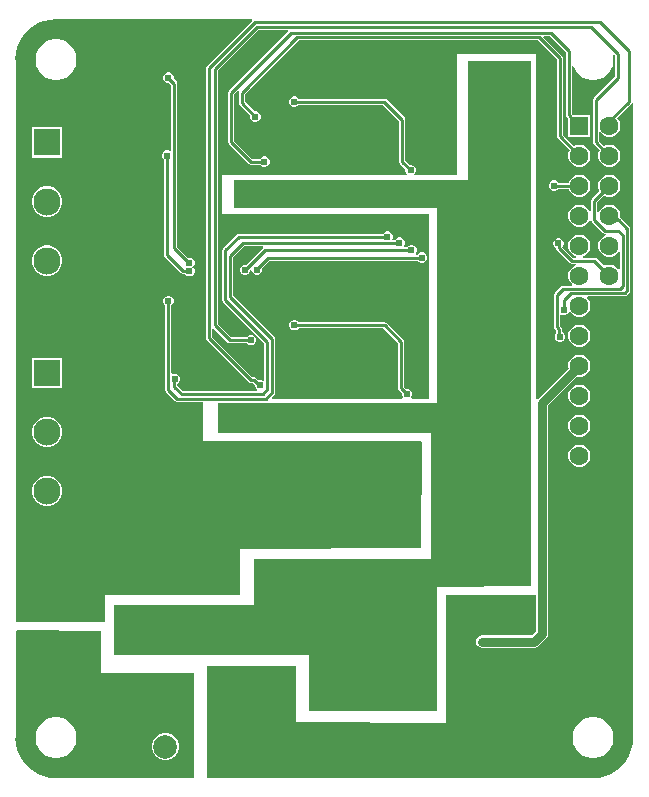
<source format=gbl>
G04*
G04 #@! TF.GenerationSoftware,Altium Limited,Altium Designer,21.5.1 (32)*
G04*
G04 Layer_Physical_Order=2*
G04 Layer_Color=16711680*
%FSLAX25Y25*%
%MOIN*%
G70*
G04*
G04 #@! TF.SameCoordinates,4ADBACA6-D99A-42C5-8304-42A3838A2759*
G04*
G04*
G04 #@! TF.FilePolarity,Positive*
G04*
G01*
G75*
%ADD12C,0.01000*%
%ADD67C,0.03000*%
%ADD69C,0.07874*%
%ADD70R,0.06299X0.06299*%
%ADD71C,0.06299*%
%ADD72R,0.09055X0.09055*%
%ADD73C,0.09055*%
%ADD74C,0.02400*%
G36*
X77539Y235480D02*
X57779Y215721D01*
X57558Y215390D01*
X57480Y215000D01*
Y198500D01*
X57558Y198110D01*
X57779Y197779D01*
X64279Y191279D01*
X64610Y191058D01*
X65000Y190980D01*
X68115D01*
X68537Y190559D01*
X69162Y190300D01*
X69838D01*
X70463Y190559D01*
X70941Y191037D01*
X71200Y191662D01*
Y192338D01*
X70941Y192963D01*
X70463Y193441D01*
X69838Y193700D01*
X69162D01*
X68537Y193441D01*
X68115Y193020D01*
X65422D01*
X59520Y198922D01*
Y214578D01*
X60707Y215766D01*
X61096Y215447D01*
X61058Y215390D01*
X60980Y215000D01*
Y211500D01*
X61058Y211110D01*
X61279Y210779D01*
X64800Y207258D01*
Y206662D01*
X65059Y206037D01*
X65537Y205559D01*
X66162Y205300D01*
X66838D01*
X67463Y205559D01*
X67941Y206037D01*
X68200Y206662D01*
Y207338D01*
X67941Y207963D01*
X67463Y208441D01*
X66838Y208700D01*
X66242D01*
X63020Y211922D01*
Y214578D01*
X80922Y232480D01*
X160578D01*
X166980Y226078D01*
Y200500D01*
X167058Y200110D01*
X167279Y199779D01*
X171300Y195757D01*
X171099Y195409D01*
X170850Y194481D01*
Y193519D01*
X171099Y192591D01*
X171580Y191759D01*
X172259Y191080D01*
X173091Y190599D01*
X174020Y190350D01*
X174980D01*
X175909Y190599D01*
X176741Y191080D01*
X177420Y191759D01*
X177901Y192591D01*
X178150Y193519D01*
Y194481D01*
X177901Y195409D01*
X177420Y196241D01*
X176741Y196920D01*
X175909Y197401D01*
X174980Y197650D01*
X174020D01*
X173091Y197401D01*
X172742Y197199D01*
X169020Y200922D01*
Y226500D01*
X168942Y226890D01*
X168721Y227221D01*
X162424Y233519D01*
X162615Y233980D01*
X164578D01*
X169980Y228578D01*
Y207500D01*
X170058Y207110D01*
X170279Y206779D01*
X170850Y206208D01*
Y200350D01*
X178150D01*
Y207650D01*
X172292D01*
X172020Y207922D01*
Y223778D01*
X172520Y223878D01*
X172975Y222779D01*
X173719Y221666D01*
X174666Y220719D01*
X175779Y219975D01*
X177017Y219462D01*
X178330Y219201D01*
X179670D01*
X180983Y219462D01*
X182221Y219975D01*
X183334Y220719D01*
X184281Y221666D01*
X185025Y222779D01*
X185538Y224017D01*
X185799Y225330D01*
Y226670D01*
X185624Y227549D01*
X186085Y227796D01*
X186480Y227400D01*
Y220422D01*
X179279Y213221D01*
X179058Y212890D01*
X178980Y212500D01*
Y198500D01*
X179058Y198110D01*
X179279Y197779D01*
X181300Y195757D01*
X181099Y195409D01*
X180850Y194481D01*
Y193519D01*
X181099Y192591D01*
X181580Y191759D01*
X182259Y191080D01*
X183091Y190599D01*
X184019Y190350D01*
X184980D01*
X185909Y190599D01*
X186741Y191080D01*
X187420Y191759D01*
X187901Y192591D01*
X188150Y193519D01*
Y194481D01*
X187901Y195409D01*
X187420Y196241D01*
X186741Y196920D01*
X185909Y197401D01*
X184980Y197650D01*
X184019D01*
X183091Y197401D01*
X182743Y197199D01*
X181020Y198922D01*
Y201729D01*
X181520Y201863D01*
X181580Y201759D01*
X182259Y201080D01*
X183091Y200599D01*
X184019Y200350D01*
X184980D01*
X185909Y200599D01*
X186741Y201080D01*
X187420Y201759D01*
X187901Y202591D01*
X188150Y203520D01*
Y204481D01*
X187901Y205409D01*
X187420Y206241D01*
X187085Y206577D01*
X191721Y211213D01*
X191942Y211544D01*
X191971Y211688D01*
X192471Y211638D01*
Y0D01*
X192486Y-76D01*
X192325Y-2111D01*
X191831Y-4169D01*
X191021Y-6125D01*
X189915Y-7930D01*
X188540Y-9540D01*
X186930Y-10915D01*
X185125Y-12021D01*
X183169Y-12831D01*
X181111Y-13326D01*
X179076Y-13486D01*
X179000Y-13471D01*
X50500D01*
Y24000D01*
X80000D01*
Y5091D01*
X130000Y4898D01*
Y47500D01*
X159961D01*
Y35345D01*
X158655Y34039D01*
X142000D01*
X141220Y33884D01*
X140558Y33442D01*
X140116Y32780D01*
X139961Y32000D01*
X140116Y31220D01*
X140558Y30558D01*
X141220Y30116D01*
X142000Y29961D01*
X159500D01*
X160280Y30116D01*
X160942Y30558D01*
X163442Y33058D01*
X163884Y33720D01*
X164039Y34500D01*
Y110655D01*
X173794Y120411D01*
X174020Y120350D01*
X174980D01*
X175909Y120599D01*
X176741Y121080D01*
X177420Y121759D01*
X177901Y122591D01*
X178150Y123520D01*
Y124480D01*
X177901Y125409D01*
X177420Y126241D01*
X176741Y126920D01*
X175909Y127401D01*
X174980Y127650D01*
X174020D01*
X173091Y127401D01*
X172259Y126920D01*
X171580Y126241D01*
X171099Y125409D01*
X170850Y124480D01*
Y123520D01*
X170911Y123294D01*
X160558Y112942D01*
X160500Y112855D01*
X160000Y113007D01*
Y228000D01*
X133858D01*
Y187500D01*
X119611D01*
X119404Y188000D01*
X119644Y188240D01*
X119903Y188865D01*
Y189541D01*
X119644Y190166D01*
X119166Y190644D01*
X118541Y190903D01*
X117945D01*
X116520Y192329D01*
Y206000D01*
X116442Y206390D01*
X116221Y206721D01*
X110221Y212721D01*
X109890Y212942D01*
X109500Y213020D01*
X80885D01*
X80463Y213441D01*
X79838Y213700D01*
X79162D01*
X78537Y213441D01*
X78059Y212963D01*
X77800Y212338D01*
Y211662D01*
X78059Y211037D01*
X78537Y210559D01*
X79162Y210300D01*
X79838D01*
X80463Y210559D01*
X80885Y210980D01*
X109078D01*
X114480Y205578D01*
Y191906D01*
X114558Y191516D01*
X114779Y191185D01*
X116503Y189461D01*
Y188865D01*
X116762Y188240D01*
X117002Y188000D01*
X116795Y187500D01*
X55500D01*
Y174500D01*
X124500D01*
Y113000D01*
X118611D01*
X118404Y113500D01*
X118441Y113537D01*
X118700Y114162D01*
Y114838D01*
X118441Y115463D01*
X117963Y115941D01*
X117338Y116200D01*
X116742D01*
X116020Y116922D01*
Y132000D01*
X115942Y132390D01*
X115721Y132721D01*
X110319Y138122D01*
X109989Y138344D01*
X109598Y138421D01*
X80885D01*
X80463Y138843D01*
X79838Y139102D01*
X79162D01*
X78537Y138843D01*
X78059Y138365D01*
X77800Y137740D01*
Y137063D01*
X78059Y136439D01*
X78537Y135960D01*
X79162Y135702D01*
X79838D01*
X80463Y135960D01*
X80885Y136382D01*
X109176D01*
X113980Y131578D01*
Y116500D01*
X114058Y116110D01*
X114279Y115779D01*
X115300Y114758D01*
Y114162D01*
X115559Y113537D01*
X115596Y113500D01*
X115389Y113000D01*
X72095D01*
X71904Y113462D01*
X72743Y114301D01*
X72964Y114632D01*
X73042Y115022D01*
Y132978D01*
X72964Y133368D01*
X72743Y133699D01*
X59020Y147422D01*
Y160078D01*
X62722Y163780D01*
X68895D01*
X69046Y163280D01*
X68954Y163219D01*
X63235Y157500D01*
X62639D01*
X62014Y157241D01*
X61536Y156763D01*
X61277Y156138D01*
Y155462D01*
X61536Y154837D01*
X62014Y154359D01*
X62639Y154100D01*
X63315D01*
X63940Y154359D01*
X64418Y154837D01*
X64677Y155462D01*
Y155691D01*
X64800Y155773D01*
X64958Y155738D01*
X65351Y155539D01*
X65559Y155037D01*
X66037Y154559D01*
X66662Y154300D01*
X67338D01*
X67963Y154559D01*
X68441Y155037D01*
X68700Y155662D01*
Y156338D01*
X68676Y156396D01*
X71260Y158980D01*
X120615D01*
X121037Y158559D01*
X121662Y158300D01*
X122338D01*
X122963Y158559D01*
X123441Y159037D01*
X123700Y159662D01*
Y160338D01*
X123441Y160963D01*
X122963Y161441D01*
X122338Y161700D01*
X121662D01*
X121037Y161441D01*
X120615Y161020D01*
X120133D01*
X119926Y161520D01*
X119941Y161535D01*
X120200Y162160D01*
Y162836D01*
X119941Y163461D01*
X119463Y163939D01*
X118838Y164198D01*
X118162D01*
X117537Y163939D01*
X117115Y163517D01*
X116129D01*
X115922Y164017D01*
X115941Y164037D01*
X116200Y164662D01*
Y165338D01*
X115941Y165963D01*
X115463Y166441D01*
X114838Y166700D01*
X114162D01*
X113537Y166441D01*
X113059Y165963D01*
X112999Y165820D01*
X112377D01*
X112058Y166320D01*
X112200Y166662D01*
Y167338D01*
X111941Y167963D01*
X111463Y168441D01*
X110838Y168700D01*
X110162D01*
X109537Y168441D01*
X109115Y168020D01*
X61000D01*
X60610Y167942D01*
X60279Y167721D01*
X55779Y163221D01*
X55558Y162890D01*
X55480Y162500D01*
Y146000D01*
X55558Y145610D01*
X55779Y145279D01*
X69503Y131555D01*
Y119109D01*
X69003Y118902D01*
X68963Y118941D01*
X68338Y119200D01*
X67662D01*
X67451Y119113D01*
X66715Y119849D01*
X66384Y120070D01*
X65994Y120147D01*
X65524D01*
X52020Y133652D01*
Y136331D01*
X52520Y136539D01*
X57377Y131681D01*
X57708Y131460D01*
X58098Y131382D01*
X63615D01*
X64037Y130960D01*
X64662Y130702D01*
X65338D01*
X65963Y130960D01*
X66441Y131439D01*
X66700Y132063D01*
Y132740D01*
X66441Y133364D01*
X65963Y133843D01*
X65338Y134102D01*
X64662D01*
X64037Y133843D01*
X63615Y133421D01*
X58521D01*
X54020Y137922D01*
Y222578D01*
X67422Y235980D01*
X77331D01*
X77539Y235480D01*
D02*
G37*
G36*
X0Y239471D02*
X65200D01*
X65407Y238971D01*
X50279Y223842D01*
X50058Y223512D01*
X49980Y223121D01*
Y133230D01*
X50058Y132839D01*
X50279Y132509D01*
X64381Y118407D01*
X64712Y118186D01*
X65102Y118108D01*
X65571D01*
X66300Y117379D01*
Y117162D01*
X66559Y116537D01*
X67037Y116059D01*
X67132Y116020D01*
X67032Y115520D01*
X42422D01*
X40520Y117422D01*
Y117999D01*
X40663Y118059D01*
X41141Y118537D01*
X41400Y119162D01*
Y119838D01*
X41141Y120463D01*
X40663Y120941D01*
X40038Y121200D01*
X39362D01*
X39020Y121058D01*
X38520Y121377D01*
Y144115D01*
X38941Y144537D01*
X39200Y145162D01*
Y145838D01*
X38941Y146463D01*
X38463Y146941D01*
X37838Y147200D01*
X37162D01*
X36537Y146941D01*
X36059Y146463D01*
X35800Y145838D01*
Y145162D01*
X36059Y144537D01*
X36480Y144115D01*
Y116000D01*
X36558Y115610D01*
X36779Y115279D01*
X39779Y112279D01*
X40110Y112058D01*
X40500Y111980D01*
X49000D01*
Y99000D01*
X121789D01*
X122141Y98645D01*
X121762Y63134D01*
X61272Y62784D01*
Y47500D01*
X16500D01*
Y38500D01*
X-13471D01*
Y226000D01*
X-13486Y226076D01*
X-13326Y228111D01*
X-12831Y230169D01*
X-12021Y232125D01*
X-10915Y233930D01*
X-9540Y235540D01*
X-7930Y236915D01*
X-6125Y238021D01*
X-4169Y238831D01*
X-2111Y239325D01*
X-76Y239486D01*
X0Y239471D01*
D02*
G37*
G36*
X158500Y50600D02*
X127000Y50348D01*
Y9000D01*
X84500D01*
Y27500D01*
X19500D01*
Y44204D01*
X66000D01*
Y59500D01*
X125000D01*
Y101500D01*
X54000D01*
Y109875D01*
Y111500D01*
X127000D01*
Y176500D01*
X59500D01*
Y186000D01*
X137500D01*
Y225500D01*
X158500D01*
Y50600D01*
D02*
G37*
G36*
X15000Y35667D02*
Y21467D01*
X46000D01*
Y-13471D01*
X0D01*
X-76Y-13486D01*
X-2111Y-13326D01*
X-4169Y-12831D01*
X-6125Y-12021D01*
X-7930Y-10915D01*
X-9540Y-9540D01*
X-10915Y-7930D01*
X-12021Y-6125D01*
X-12831Y-4169D01*
X-13326Y-2111D01*
X-13486Y-76D01*
X-13471Y-0D01*
Y35528D01*
X-13116Y35880D01*
X15000Y35667D01*
D02*
G37*
%LPC*%
G36*
X174980Y187650D02*
X174020D01*
X173091Y187401D01*
X172259Y186920D01*
X171580Y186241D01*
X171099Y185409D01*
X170995Y185020D01*
X167385D01*
X166963Y185441D01*
X166338Y185700D01*
X165662D01*
X165037Y185441D01*
X164559Y184963D01*
X164300Y184338D01*
Y183662D01*
X164559Y183037D01*
X165037Y182559D01*
X165662Y182300D01*
X166338D01*
X166963Y182559D01*
X167385Y182980D01*
X170995D01*
X171099Y182591D01*
X171580Y181759D01*
X172259Y181080D01*
X173091Y180599D01*
X174020Y180350D01*
X174980D01*
X175909Y180599D01*
X176741Y181080D01*
X177420Y181759D01*
X177901Y182591D01*
X178150Y183519D01*
Y184481D01*
X177901Y185409D01*
X177420Y186241D01*
X176741Y186920D01*
X175909Y187401D01*
X174980Y187650D01*
D02*
G37*
G36*
X184980D02*
X184019D01*
X183091Y187401D01*
X182259Y186920D01*
X181580Y186241D01*
X181099Y185409D01*
X180850Y184481D01*
Y183519D01*
X181099Y182591D01*
X181300Y182243D01*
X178779Y179721D01*
X178558Y179390D01*
X178480Y179000D01*
Y175178D01*
X177980Y175112D01*
X177901Y175409D01*
X177420Y176241D01*
X176741Y176920D01*
X175909Y177401D01*
X174980Y177650D01*
X174020D01*
X173091Y177401D01*
X172259Y176920D01*
X171580Y176241D01*
X171099Y175409D01*
X170850Y174480D01*
Y173520D01*
X171099Y172591D01*
X171580Y171759D01*
X172259Y171080D01*
X173091Y170599D01*
X174020Y170350D01*
X174980D01*
X175909Y170599D01*
X176741Y171080D01*
X177420Y171759D01*
X177901Y172591D01*
X177980Y172888D01*
X178480Y172822D01*
Y172500D01*
X178558Y172110D01*
X178779Y171779D01*
X182279Y168279D01*
X182610Y168058D01*
X183000Y167980D01*
X183322D01*
X183388Y167480D01*
X183091Y167401D01*
X182259Y166920D01*
X181580Y166241D01*
X181099Y165409D01*
X180850Y164480D01*
Y163520D01*
X181099Y162591D01*
X181580Y161759D01*
X182259Y161080D01*
X183091Y160599D01*
X184019Y160350D01*
X184980D01*
X185909Y160599D01*
X186741Y161080D01*
X187420Y161759D01*
X187480Y161863D01*
X187980Y161729D01*
Y156271D01*
X187480Y156137D01*
X187420Y156241D01*
X186741Y156920D01*
X185909Y157401D01*
X184980Y157650D01*
X184019D01*
X183091Y157401D01*
X182743Y157200D01*
X180221Y159721D01*
X179890Y159942D01*
X179500Y160020D01*
X175678D01*
X175612Y160520D01*
X175909Y160599D01*
X176741Y161080D01*
X177420Y161759D01*
X177901Y162591D01*
X178150Y163520D01*
Y164480D01*
X177901Y165409D01*
X177420Y166241D01*
X176741Y166920D01*
X175909Y167401D01*
X174980Y167650D01*
X174020D01*
X173091Y167401D01*
X172259Y166920D01*
X171580Y166241D01*
X171099Y165409D01*
X170850Y164480D01*
Y163520D01*
X171099Y162591D01*
X171580Y161759D01*
X172259Y161080D01*
X173091Y160599D01*
X173388Y160520D01*
X173322Y160020D01*
X172422D01*
X168824Y163618D01*
X168941Y163735D01*
X169200Y164360D01*
Y165036D01*
X168941Y165661D01*
X168463Y166139D01*
X167838Y166398D01*
X167162D01*
X166537Y166139D01*
X166059Y165661D01*
X165800Y165036D01*
Y164360D01*
X166059Y163735D01*
X166537Y163257D01*
X166762Y163164D01*
X166826Y162842D01*
X167047Y162511D01*
X171279Y158279D01*
X171610Y158058D01*
X172000Y157980D01*
X173322D01*
X173388Y157480D01*
X173091Y157401D01*
X172259Y156920D01*
X171580Y156241D01*
X171099Y155409D01*
X170850Y154481D01*
Y153519D01*
X171099Y152591D01*
X171580Y151759D01*
X172169Y151169D01*
X172043Y150669D01*
X169150D01*
X168759Y150592D01*
X168429Y150371D01*
X166279Y148221D01*
X166058Y147890D01*
X165980Y147500D01*
Y136796D01*
X166058Y136406D01*
X166279Y136075D01*
X166617Y135737D01*
Y134713D01*
X166463Y134559D01*
X166204Y133934D01*
Y133258D01*
X166463Y132633D01*
X166941Y132155D01*
X167566Y131896D01*
X168242D01*
X168867Y132155D01*
X169345Y132633D01*
X169604Y133258D01*
Y133934D01*
X169345Y134559D01*
X168867Y135037D01*
X168656Y135125D01*
Y136160D01*
X168578Y136550D01*
X168357Y136881D01*
X168020Y137218D01*
Y140869D01*
X168520Y141076D01*
X168537Y141059D01*
X169162Y140800D01*
X169838D01*
X170463Y141059D01*
X170941Y141537D01*
X171020Y141728D01*
X171576Y141764D01*
X171580Y141759D01*
X172259Y141080D01*
X173091Y140599D01*
X174020Y140350D01*
X174980D01*
X175909Y140599D01*
X176741Y141080D01*
X177420Y141759D01*
X177901Y142591D01*
X178150Y143519D01*
Y144481D01*
X177901Y145409D01*
X177420Y146241D01*
X177031Y146630D01*
X177238Y147130D01*
X189564D01*
X189954Y147208D01*
X190285Y147429D01*
X191221Y148365D01*
X191442Y148696D01*
X191520Y149086D01*
Y169500D01*
X191442Y169890D01*
X191221Y170221D01*
X188259Y173183D01*
X188090Y173296D01*
X188150Y173520D01*
Y174480D01*
X187901Y175409D01*
X187420Y176241D01*
X186741Y176920D01*
X185909Y177401D01*
X184980Y177650D01*
X184019D01*
X183091Y177401D01*
X182259Y176920D01*
X181580Y176241D01*
X181099Y175409D01*
X181020Y175112D01*
X180520Y175178D01*
Y178578D01*
X182743Y180800D01*
X183091Y180599D01*
X184019Y180350D01*
X184980D01*
X185909Y180599D01*
X186741Y181080D01*
X187420Y181759D01*
X187901Y182591D01*
X188150Y183519D01*
Y184481D01*
X187901Y185409D01*
X187420Y186241D01*
X186741Y186920D01*
X185909Y187401D01*
X184980Y187650D01*
D02*
G37*
G36*
X174980Y137650D02*
X174020D01*
X173091Y137401D01*
X172259Y136920D01*
X171580Y136241D01*
X171099Y135409D01*
X170850Y134481D01*
Y133519D01*
X171099Y132591D01*
X171580Y131759D01*
X172259Y131080D01*
X173091Y130599D01*
X174020Y130350D01*
X174980D01*
X175909Y130599D01*
X176741Y131080D01*
X177420Y131759D01*
X177901Y132591D01*
X178150Y133519D01*
Y134481D01*
X177901Y135409D01*
X177420Y136241D01*
X176741Y136920D01*
X175909Y137401D01*
X174980Y137650D01*
D02*
G37*
G36*
Y117650D02*
X174020D01*
X173091Y117401D01*
X172259Y116920D01*
X171580Y116241D01*
X171099Y115409D01*
X170850Y114480D01*
Y113520D01*
X171099Y112591D01*
X171580Y111759D01*
X172259Y111080D01*
X173091Y110599D01*
X174020Y110350D01*
X174980D01*
X175909Y110599D01*
X176741Y111080D01*
X177420Y111759D01*
X177901Y112591D01*
X178150Y113520D01*
Y114480D01*
X177901Y115409D01*
X177420Y116241D01*
X176741Y116920D01*
X175909Y117401D01*
X174980Y117650D01*
D02*
G37*
G36*
Y107650D02*
X174020D01*
X173091Y107401D01*
X172259Y106920D01*
X171580Y106241D01*
X171099Y105409D01*
X170850Y104481D01*
Y103519D01*
X171099Y102591D01*
X171580Y101759D01*
X172259Y101080D01*
X173091Y100599D01*
X174020Y100350D01*
X174980D01*
X175909Y100599D01*
X176741Y101080D01*
X177420Y101759D01*
X177901Y102591D01*
X178150Y103519D01*
Y104481D01*
X177901Y105409D01*
X177420Y106241D01*
X176741Y106920D01*
X175909Y107401D01*
X174980Y107650D01*
D02*
G37*
G36*
Y97650D02*
X174020D01*
X173091Y97401D01*
X172259Y96920D01*
X171580Y96241D01*
X171099Y95409D01*
X170850Y94481D01*
Y93520D01*
X171099Y92591D01*
X171580Y91759D01*
X172259Y91080D01*
X173091Y90599D01*
X174020Y90350D01*
X174980D01*
X175909Y90599D01*
X176741Y91080D01*
X177420Y91759D01*
X177901Y92591D01*
X178150Y93520D01*
Y94481D01*
X177901Y95409D01*
X177420Y96241D01*
X176741Y96920D01*
X175909Y97401D01*
X174980Y97650D01*
D02*
G37*
G36*
X179670Y6799D02*
X178330D01*
X177017Y6538D01*
X175779Y6025D01*
X174666Y5281D01*
X173719Y4334D01*
X172975Y3221D01*
X172462Y1983D01*
X172201Y670D01*
Y-670D01*
X172462Y-1983D01*
X172975Y-3221D01*
X173719Y-4334D01*
X174666Y-5281D01*
X175779Y-6025D01*
X177017Y-6538D01*
X178330Y-6799D01*
X179670D01*
X180983Y-6538D01*
X182221Y-6025D01*
X183334Y-5281D01*
X184281Y-4334D01*
X185025Y-3221D01*
X185538Y-1983D01*
X185799Y-670D01*
Y670D01*
X185538Y1983D01*
X185025Y3221D01*
X184379Y4188D01*
X184281Y4334D01*
X183334Y5281D01*
X182221Y6025D01*
X180983Y6538D01*
X179670Y6799D01*
D02*
G37*
G36*
X670Y232799D02*
X-670D01*
X-1983Y232538D01*
X-3221Y232025D01*
X-4334Y231281D01*
X-5281Y230334D01*
X-6025Y229221D01*
X-6538Y227983D01*
X-6799Y226670D01*
Y225330D01*
X-6538Y224017D01*
X-6025Y222779D01*
X-5281Y221666D01*
X-4334Y220719D01*
X-3221Y219975D01*
X-1983Y219462D01*
X-670Y219201D01*
X670D01*
X1983Y219462D01*
X3221Y219975D01*
X4334Y220719D01*
X5281Y221666D01*
X6025Y222779D01*
X6538Y224017D01*
X6799Y225330D01*
Y226670D01*
X6538Y227983D01*
X6025Y229221D01*
X5281Y230334D01*
X4334Y231281D01*
X3221Y232025D01*
X1983Y232538D01*
X670Y232799D01*
D02*
G37*
G36*
X37838Y221700D02*
X37162D01*
X36537Y221441D01*
X36059Y220963D01*
X35800Y220338D01*
Y219662D01*
X36059Y219037D01*
X36537Y218559D01*
X37162Y218300D01*
X37758D01*
X38480Y217578D01*
Y195631D01*
X37980Y195424D01*
X37963Y195441D01*
X37338Y195700D01*
X36662D01*
X36037Y195441D01*
X35559Y194963D01*
X35300Y194338D01*
Y193662D01*
X35559Y193037D01*
X35980Y192615D01*
Y161000D01*
X36058Y160610D01*
X36279Y160279D01*
X41611Y154947D01*
X41942Y154726D01*
X42332Y154648D01*
X42971D01*
X43059Y154437D01*
X43537Y153959D01*
X44162Y153700D01*
X44838D01*
X45463Y153959D01*
X45941Y154437D01*
X46200Y155062D01*
Y155738D01*
X45941Y156363D01*
X45781Y156523D01*
X45471Y156850D01*
X45781Y157177D01*
X45941Y157337D01*
X46200Y157962D01*
Y158638D01*
X45941Y159263D01*
X45463Y159741D01*
X44838Y160000D01*
X44162D01*
X44077Y159965D01*
X40520Y163522D01*
Y218000D01*
X40442Y218390D01*
X40221Y218721D01*
X39200Y219742D01*
Y220338D01*
X38941Y220963D01*
X38463Y221441D01*
X37838Y221700D01*
D02*
G37*
G36*
X2028Y203398D02*
X-8028D01*
Y193342D01*
X2028D01*
Y203398D01*
D02*
G37*
G36*
X-2338Y183713D02*
X-3662D01*
X-4941Y183370D01*
X-6087Y182708D01*
X-7023Y181772D01*
X-7685Y180626D01*
X-8028Y179347D01*
Y178023D01*
X-7685Y176744D01*
X-7023Y175598D01*
X-6087Y174662D01*
X-4941Y174000D01*
X-3662Y173658D01*
X-2338D01*
X-1059Y174000D01*
X87Y174662D01*
X1023Y175598D01*
X1685Y176744D01*
X2028Y178023D01*
Y179347D01*
X1685Y180626D01*
X1023Y181772D01*
X87Y182708D01*
X-1059Y183370D01*
X-2338Y183713D01*
D02*
G37*
G36*
Y164028D02*
X-3662D01*
X-4941Y163685D01*
X-6087Y163023D01*
X-7023Y162087D01*
X-7685Y160941D01*
X-8028Y159662D01*
Y158338D01*
X-7685Y157059D01*
X-7023Y155913D01*
X-6087Y154977D01*
X-4941Y154315D01*
X-3662Y153972D01*
X-2338D01*
X-1059Y154315D01*
X87Y154977D01*
X1023Y155913D01*
X1685Y157059D01*
X2028Y158338D01*
Y159662D01*
X1685Y160941D01*
X1023Y162087D01*
X87Y163023D01*
X-1059Y163685D01*
X-2338Y164028D01*
D02*
G37*
G36*
X2028Y126528D02*
X-8028D01*
Y116472D01*
X2028D01*
Y126528D01*
D02*
G37*
G36*
X-2338Y106843D02*
X-3662D01*
X-4941Y106500D01*
X-6087Y105838D01*
X-7023Y104902D01*
X-7685Y103755D01*
X-8028Y102477D01*
Y101153D01*
X-7685Y99874D01*
X-7023Y98728D01*
X-6087Y97792D01*
X-4941Y97130D01*
X-3662Y96787D01*
X-2338D01*
X-1059Y97130D01*
X87Y97792D01*
X1023Y98728D01*
X1685Y99874D01*
X2028Y101153D01*
Y102477D01*
X1685Y103755D01*
X1023Y104902D01*
X87Y105838D01*
X-1059Y106500D01*
X-2338Y106843D01*
D02*
G37*
G36*
Y87157D02*
X-3662D01*
X-4941Y86815D01*
X-6087Y86153D01*
X-7023Y85217D01*
X-7685Y84070D01*
X-8028Y82792D01*
Y81468D01*
X-7685Y80189D01*
X-7023Y79043D01*
X-6087Y78107D01*
X-4941Y77445D01*
X-3662Y77102D01*
X-2338D01*
X-1059Y77445D01*
X87Y78107D01*
X1023Y79043D01*
X1685Y80189D01*
X2028Y81468D01*
Y82792D01*
X1685Y84070D01*
X1023Y85217D01*
X87Y86153D01*
X-1059Y86815D01*
X-2338Y87157D01*
D02*
G37*
G36*
X670Y6799D02*
X-670D01*
X-1983Y6538D01*
X-3221Y6025D01*
X-4334Y5281D01*
X-5281Y4334D01*
X-6025Y3221D01*
X-6538Y1983D01*
X-6799Y670D01*
Y-670D01*
X-6538Y-1983D01*
X-6025Y-3221D01*
X-5281Y-4334D01*
X-4334Y-5281D01*
X-3221Y-6025D01*
X-1983Y-6538D01*
X-670Y-6799D01*
X670D01*
X1983Y-6538D01*
X3221Y-6025D01*
X4334Y-5281D01*
X5281Y-4334D01*
X6025Y-3221D01*
X6538Y-1983D01*
X6799Y-670D01*
Y670D01*
X6538Y1983D01*
X6025Y3221D01*
X5281Y4334D01*
X4334Y5281D01*
X3221Y6025D01*
X1983Y6538D01*
X670Y6799D01*
D02*
G37*
G36*
X37084Y1433D02*
X35916D01*
X34787Y1131D01*
X33776Y546D01*
X32950Y-280D01*
X32365Y-1291D01*
X32063Y-2420D01*
Y-3588D01*
X32365Y-4717D01*
X32950Y-5728D01*
X33776Y-6554D01*
X34787Y-7139D01*
X35916Y-7441D01*
X37084D01*
X38213Y-7139D01*
X39224Y-6554D01*
X40051Y-5728D01*
X40635Y-4717D01*
X40937Y-3588D01*
Y-2420D01*
X40635Y-1291D01*
X40051Y-280D01*
X39224Y546D01*
X38213Y1131D01*
X37084Y1433D01*
D02*
G37*
%LPD*%
D12*
X62000Y211500D02*
X66500Y207000D01*
X61000Y167000D02*
X110500D01*
X69675Y162498D02*
X118500D01*
X62300Y164800D02*
X114300D01*
X70838Y160000D02*
X122000D01*
X114300Y164800D02*
X114500Y165000D01*
X167768Y163232D02*
Y164430D01*
X167500Y164698D02*
X167768Y164430D01*
Y163232D02*
X172000Y159000D01*
X67000Y156000D02*
Y156162D01*
X70838Y160000D01*
X62977Y155800D02*
X69675Y162498D01*
X56500Y162500D02*
X61000Y167000D01*
X58000Y160500D02*
X62300Y164800D01*
X70000Y113000D02*
X72022Y115022D01*
Y132978D01*
X58000Y147000D02*
X72022Y132978D01*
X58000Y147000D02*
Y160500D01*
X109598Y137402D02*
X115000Y132000D01*
X79500Y137402D02*
X109598D01*
X67621Y117500D02*
X68000D01*
X65994Y119128D02*
X67621Y117500D01*
X37500Y116000D02*
X40500Y113000D01*
X37500Y116000D02*
Y145500D01*
X40500Y113000D02*
X70000D01*
X39500Y119300D02*
X39700Y119500D01*
X39500Y117000D02*
X42000Y114500D01*
X69000D01*
X39500Y117000D02*
Y119300D01*
X69000Y114500D02*
X70522Y116022D01*
Y131978D01*
X65102Y119128D02*
X65994D01*
X51000Y133230D02*
X65102Y119128D01*
X51000Y133230D02*
Y223121D01*
X56500Y146000D02*
X70522Y131978D01*
X166000Y184000D02*
X174500D01*
X167636Y133864D02*
X167904Y133596D01*
X167000Y136796D02*
Y147500D01*
Y136796D02*
X167636Y136160D01*
Y133864D02*
Y136160D01*
X167000Y147500D02*
X169150Y149650D01*
X169500Y142500D02*
Y146000D01*
X171650Y148150D01*
X187538Y172462D02*
X190500Y169500D01*
Y149086D02*
Y169500D01*
X189564Y148150D02*
X190500Y149086D01*
X188018Y149650D02*
X189000Y150632D01*
X187368Y169000D02*
X189000Y167368D01*
Y150632D02*
Y167368D01*
X169150Y149650D02*
X188018D01*
X161000Y233500D02*
X168000Y226500D01*
Y200500D02*
Y226500D01*
X80500Y233500D02*
X161000D01*
X168000Y200500D02*
X174500Y194000D01*
X171000Y207500D02*
X174500Y204000D01*
X171000Y207500D02*
Y229000D01*
X165000Y235000D02*
X171000Y229000D01*
X78500Y235000D02*
X165000D01*
X178323Y237000D02*
X187500Y227823D01*
X67000Y237000D02*
X178323D01*
X187500Y220000D02*
Y227823D01*
X180000Y212500D02*
X187500Y220000D01*
X191000Y211934D02*
Y229000D01*
X181500Y238500D02*
X191000Y229000D01*
X66379Y238500D02*
X181500D01*
X184500Y205434D02*
X191000Y211934D01*
X184500Y204000D02*
Y205434D01*
X62000Y215000D02*
X80500Y233500D01*
X58500Y215000D02*
X78500Y235000D01*
X180000Y198500D02*
X184500Y194000D01*
X180000Y198500D02*
Y212500D01*
X51000Y223121D02*
X66379Y238500D01*
X53000Y223000D02*
X67000Y237000D01*
X115000Y116500D02*
X117000Y114500D01*
X56500Y146000D02*
Y162500D01*
X172000Y159000D02*
X179500D01*
X184500Y154000D01*
X37000Y161000D02*
X42332Y155668D01*
X44232D01*
X44500Y155400D01*
X44300Y158300D02*
X44500D01*
X39500Y163100D02*
X44300Y158300D01*
X53000Y137500D02*
Y223000D01*
X62000Y211500D02*
Y215000D01*
X65000Y192000D02*
X69500D01*
X58500Y198500D02*
X65000Y192000D01*
X37500Y220000D02*
X39500Y218000D01*
Y163100D02*
Y218000D01*
X37000Y161000D02*
Y193947D01*
X79500Y212000D02*
X109500D01*
X58500Y198500D02*
Y215000D01*
X58098Y132402D02*
X65000D01*
X53000Y137500D02*
X58098Y132402D01*
X179500Y172500D02*
X183000Y169000D01*
X187368D01*
X179500Y172500D02*
Y179000D01*
X184500Y184000D01*
X171650Y148150D02*
X189564D01*
X184500Y174000D02*
X185934D01*
X187472Y172462D02*
X187538D01*
X185934Y174000D02*
X187472Y172462D01*
X109500Y212000D02*
X115500Y206000D01*
Y191906D02*
Y206000D01*
Y191906D02*
X118203Y189203D01*
X115000Y116500D02*
Y132000D01*
D67*
X159500Y32000D02*
X162000Y34500D01*
Y111500D02*
X174500Y124000D01*
X162000Y34500D02*
Y111500D01*
X156000Y32000D02*
X157957D01*
X159500D01*
X142000D02*
X144000D01*
X146000D01*
X150000D02*
X152000D01*
X148000D02*
X150000D01*
X154000D02*
X156000D01*
X146000D02*
X148000D01*
X152000D02*
X154000D01*
D69*
X36500Y15500D02*
D03*
Y34004D02*
D03*
Y-3004D02*
D03*
D70*
X174500Y204000D02*
D03*
D71*
X184500D02*
D03*
X174500Y194000D02*
D03*
X184500D02*
D03*
X174500Y184000D02*
D03*
X184500D02*
D03*
X174500Y174000D02*
D03*
X184500D02*
D03*
X174500Y164000D02*
D03*
X184500D02*
D03*
X174500Y154000D02*
D03*
X184500D02*
D03*
X174500Y144000D02*
D03*
X184500D02*
D03*
X174500Y134000D02*
D03*
X184500D02*
D03*
X174500Y124000D02*
D03*
X184500D02*
D03*
X174500Y114000D02*
D03*
X184500D02*
D03*
X174500Y104000D02*
D03*
X184500D02*
D03*
X174500Y94000D02*
D03*
X184500D02*
D03*
D72*
X-3000Y121500D02*
D03*
Y198370D02*
D03*
Y46500D02*
D03*
D73*
Y101815D02*
D03*
Y82130D02*
D03*
Y178685D02*
D03*
Y159000D02*
D03*
Y26500D02*
D03*
D74*
X66500Y207000D02*
D03*
X153000Y141000D02*
D03*
Y144120D02*
D03*
Y147000D02*
D03*
X152240Y150000D02*
D03*
X152681Y221319D02*
D03*
X152500Y224000D02*
D03*
Y215500D02*
D03*
Y218500D02*
D03*
X140000Y197099D02*
D03*
X143500Y197000D02*
D03*
X145500Y173500D02*
D03*
X148250D02*
D03*
X151000D02*
D03*
X130000Y182000D02*
D03*
X134500D02*
D03*
X139000D02*
D03*
X143000D02*
D03*
X147000D02*
D03*
X151500D02*
D03*
X155500D02*
D03*
X113000D02*
D03*
X62000D02*
D03*
X64500D02*
D03*
X67000D02*
D03*
X83000D02*
D03*
X80500D02*
D03*
X63000Y107500D02*
D03*
X59500D02*
D03*
X66500D02*
D03*
X83000D02*
D03*
X80500D02*
D03*
X155500D02*
D03*
X151500D02*
D03*
X147000D02*
D03*
X143000D02*
D03*
X139000D02*
D03*
X87000Y15500D02*
D03*
X90000D02*
D03*
X93000D02*
D03*
X96000D02*
D03*
X102000Y53500D02*
D03*
X98000D02*
D03*
X72500D02*
D03*
X69000D02*
D03*
X134500Y107500D02*
D03*
X130000D02*
D03*
X118000D02*
D03*
X113500D02*
D03*
X145500Y99000D02*
D03*
X151000D02*
D03*
X148250D02*
D03*
X184000Y25000D02*
D03*
X110500Y167000D02*
D03*
X118500Y162498D02*
D03*
X114500Y165000D02*
D03*
X122000Y160000D02*
D03*
X167500Y164698D02*
D03*
X94000Y169500D02*
D03*
X98000D02*
D03*
X102000D02*
D03*
X88000Y135000D02*
D03*
X98000Y141000D02*
D03*
X88000Y130000D02*
D03*
X102000Y146000D02*
D03*
X88000Y141000D02*
D03*
X93000D02*
D03*
Y135000D02*
D03*
X152240Y156500D02*
D03*
X88000Y189500D02*
D03*
Y194500D02*
D03*
Y209500D02*
D03*
Y204500D02*
D03*
Y199500D02*
D03*
Y115000D02*
D03*
Y120000D02*
D03*
Y125000D02*
D03*
X59500Y82000D02*
D03*
Y77000D02*
D03*
X29500Y52000D02*
D03*
Y82000D02*
D03*
X59500Y52000D02*
D03*
Y72000D02*
D03*
Y67000D02*
D03*
Y62000D02*
D03*
Y57000D02*
D03*
X34500Y52000D02*
D03*
X54500D02*
D03*
X49500D02*
D03*
X44500D02*
D03*
X39500D02*
D03*
X29500Y77000D02*
D03*
Y72000D02*
D03*
Y67000D02*
D03*
Y57000D02*
D03*
Y62000D02*
D03*
X34500Y57000D02*
D03*
Y62000D02*
D03*
Y67000D02*
D03*
Y72000D02*
D03*
Y77000D02*
D03*
X34589Y81927D02*
D03*
X54589D02*
D03*
X49589D02*
D03*
X44589D02*
D03*
X39589D02*
D03*
X39500Y67000D02*
D03*
X44500D02*
D03*
X49500D02*
D03*
Y72000D02*
D03*
X44500D02*
D03*
X39500D02*
D03*
X49500Y77000D02*
D03*
X44500D02*
D03*
X39500D02*
D03*
X44500Y62000D02*
D03*
X39500D02*
D03*
X49500D02*
D03*
Y57000D02*
D03*
X44500D02*
D03*
X39500D02*
D03*
X54500Y72000D02*
D03*
Y67000D02*
D03*
Y62000D02*
D03*
Y57000D02*
D03*
Y77000D02*
D03*
X108000Y141000D02*
D03*
X103000D02*
D03*
X93000Y125000D02*
D03*
X98000D02*
D03*
X103000D02*
D03*
Y130000D02*
D03*
X98000D02*
D03*
X93000D02*
D03*
X103000Y135000D02*
D03*
X98000D02*
D03*
Y120000D02*
D03*
X93000D02*
D03*
X103000D02*
D03*
Y115000D02*
D03*
X98000D02*
D03*
X93000D02*
D03*
X108000Y130000D02*
D03*
Y125000D02*
D03*
Y120000D02*
D03*
Y115000D02*
D03*
Y135000D02*
D03*
Y215500D02*
D03*
Y209500D02*
D03*
Y189500D02*
D03*
Y194500D02*
D03*
Y199500D02*
D03*
Y204500D02*
D03*
X98000Y173500D02*
D03*
X94000D02*
D03*
X102000D02*
D03*
X94000Y97500D02*
D03*
X102000D02*
D03*
X98000D02*
D03*
Y93500D02*
D03*
X94000D02*
D03*
X102000D02*
D03*
X98000Y146000D02*
D03*
X94000D02*
D03*
X98000Y154000D02*
D03*
X94000D02*
D03*
X102000D02*
D03*
X98000Y150000D02*
D03*
X94000D02*
D03*
X102000D02*
D03*
X98000Y220500D02*
D03*
X94000D02*
D03*
X102000D02*
D03*
X98000Y228500D02*
D03*
X94000D02*
D03*
X102000D02*
D03*
Y224500D02*
D03*
X94000D02*
D03*
X98000D02*
D03*
X103000Y215500D02*
D03*
X98000D02*
D03*
X88000D02*
D03*
X93000D02*
D03*
Y189500D02*
D03*
X98000D02*
D03*
X103000D02*
D03*
Y194500D02*
D03*
X93000D02*
D03*
X98000D02*
D03*
X93000Y209500D02*
D03*
X98000D02*
D03*
X103000D02*
D03*
X93000Y204500D02*
D03*
X98000D02*
D03*
X103000D02*
D03*
Y199500D02*
D03*
X98000D02*
D03*
X93000D02*
D03*
X68000Y117500D02*
D03*
X78000Y107500D02*
D03*
X57500Y-11000D02*
D03*
X166000Y184000D02*
D03*
X167904Y133596D02*
D03*
X164000Y145500D02*
D03*
X154500Y137500D02*
D03*
X169500Y142500D02*
D03*
X166500Y99000D02*
D03*
X166000Y173500D02*
D03*
X164000Y202000D02*
D03*
X154000Y212000D02*
D03*
X66000Y-11000D02*
D03*
X74000D02*
D03*
X57500Y-3500D02*
D03*
X66000D02*
D03*
X74000D02*
D03*
Y4500D02*
D03*
X66000D02*
D03*
X57500D02*
D03*
X178000Y57500D02*
D03*
X190500Y77000D02*
D03*
Y84500D02*
D03*
X185000Y77000D02*
D03*
Y84500D02*
D03*
X-9500Y218000D02*
D03*
X8500Y235000D02*
D03*
X44500Y202000D02*
D03*
X39500Y227000D02*
D03*
X22500Y216500D02*
D03*
Y190500D02*
D03*
X31000Y169000D02*
D03*
X23000D02*
D03*
X31000Y175500D02*
D03*
X23000D02*
D03*
X40000Y151500D02*
D03*
X63500Y148500D02*
D03*
X56500Y141500D02*
D03*
X49000Y129000D02*
D03*
X43000D02*
D03*
X174500Y25000D02*
D03*
X165000D02*
D03*
X167000Y-2000D02*
D03*
X160000D02*
D03*
X167000Y-8500D02*
D03*
X160000D02*
D03*
X142000Y32000D02*
D03*
X157957Y32043D02*
D03*
X154000Y32000D02*
D03*
X150000D02*
D03*
X146000D02*
D03*
X118203Y189203D02*
D03*
X117000Y114500D02*
D03*
X130500Y99000D02*
D03*
X123000Y15500D02*
D03*
X99000D02*
D03*
X76000Y53500D02*
D03*
X94000D02*
D03*
X142500Y122500D02*
D03*
X131000Y173500D02*
D03*
X118000Y182000D02*
D03*
X78000D02*
D03*
X39700Y119500D02*
D03*
X44500Y155400D02*
D03*
Y158300D02*
D03*
X67000Y156000D02*
D03*
X62977Y155800D02*
D03*
X37500Y145500D02*
D03*
X69500Y192000D02*
D03*
X79500Y212000D02*
D03*
X37000Y194000D02*
D03*
X37500Y220000D02*
D03*
X65000Y132402D02*
D03*
X79500Y137402D02*
D03*
M02*

</source>
